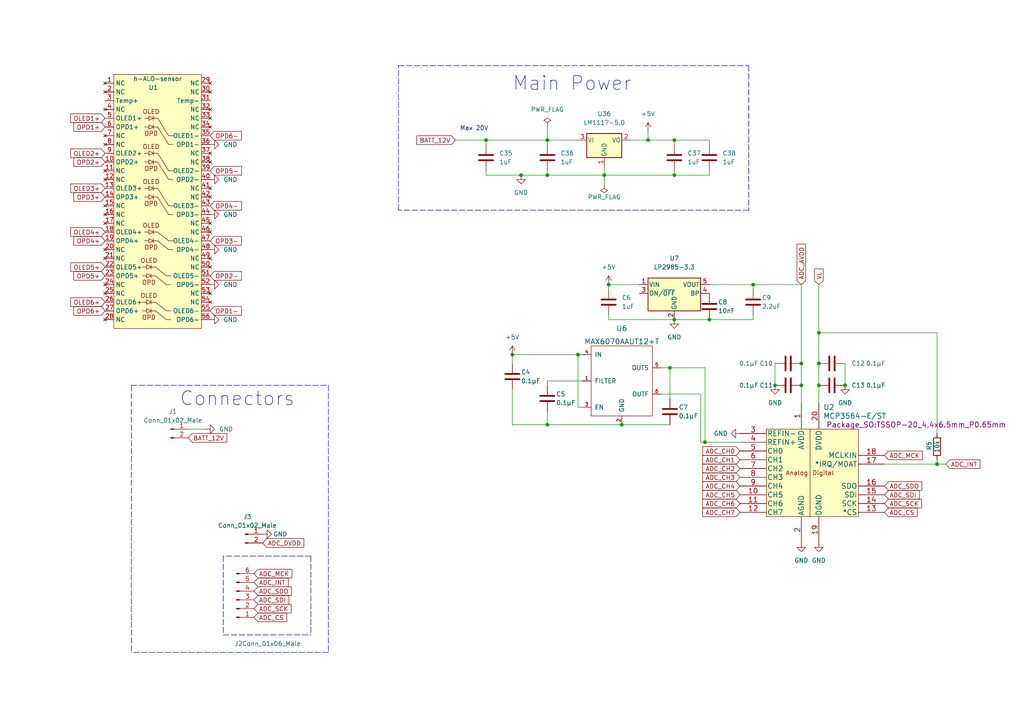
<source format=kicad_sch>
(kicad_sch (version 20211123) (generator eeschema)
  (paper "A4")
  (lib_symbols
    (symbol "ADG1438:ADG1438BRUZ"
      (property "Reference" "U" (at -16.51 5.08 0))
      (property "Value" "ADG1438BRUZ" (at -13.97 7.62 0))
      (symbol "ADG1438BRUZ_0_0"
        (pin input line (at -6.35 -43.18 90) (length 2.54) (name "SCLK") (number "1"))
        (pin bidirectional line (at 11.43 -17.78 180) (length 2.54) (name "D") (number "10"))
        (pin no_connect line (at -10.16 -1.27 0) (length 2.54) (name "NIC") (number "11"))
        (pin bidirectional line (at -10.16 -27.94 0) (length 2.54) (name "S8") (number "12"))
        (pin bidirectional line (at -10.16 -25.4 0) (length 2.54) (name "S7") (number "13"))
        (pin bidirectional line (at -10.16 -22.86 0) (length 2.54) (name "S6") (number "14"))
        (pin bidirectional line (at -10.16 -20.32 0) (length 2.54) (name "S5") (number "15"))
        (pin power_in line (at 7.62 2.54 270) (length 2.54) (name "VSS") (number "16"))
        (pin input inverted (at 1.27 -43.18 90) (length 2.54) (name "RESET") (number "17"))
        (pin output line (at 3.81 -43.18 90) (length 2.54) (name "SDO") (number "18"))
        (pin power_in line (at 2.54 2.54 270) (length 2.54) (name "VL") (number "19"))
        (pin power_in line (at -1.27 2.54 270) (length 2.54) (name "VDD") (number "2"))
        (pin input inverted (at -3.81 -43.18 90) (length 2.54) (name "SYNC") (number "20"))
        (pin input line (at -1.27 -43.18 90) (length 2.54) (name "DIN") (number "3"))
        (pin power_in line (at 7.62 -43.18 90) (length 2.54) (name "GND") (number "4"))
        (pin no_connect line (at -10.16 -3.81 0) (length 2.54) (name "NIC") (number "5"))
        (pin bidirectional line (at -10.16 -10.16 0) (length 2.54) (name "S1") (number "6"))
        (pin bidirectional line (at -10.16 -12.7 0) (length 2.54) (name "S2") (number "7"))
        (pin bidirectional line (at -10.16 -15.24 0) (length 2.54) (name "S3") (number "8"))
        (pin bidirectional line (at -10.16 -17.78 0) (length 2.54) (name "S4") (number "9"))
      )
    )
    (symbol "Connector:Conn_01x02_Male" (pin_names (offset 1.016) hide)
      (property "Reference" "J" (at 0 2.54 0))
      (property "Value" "Conn_01x02_Male" (at 0 -5.08 0))
      (symbol "Conn_01x02_Male_1_1"
        (pin passive line (at 5.08 0 180) (length 3.81) (name "Pin_1") (number "1"))
        (pin passive line (at 5.08 -2.54 180) (length 3.81) (name "Pin_2") (number "2"))
      )
    )
    (symbol "Connector:Conn_01x06_Male" (pin_names (offset 1.016) hide)
      (property "Reference" "J" (at 0 7.62 0))
      (property "Value" "Conn_01x06_Male" (at 0 -10.16 0))
      (symbol "Conn_01x06_Male_1_1"
        (pin passive line (at 5.08 5.08 180) (length 3.81) (name "Pin_1") (number "1"))
        (pin passive line (at 5.08 2.54 180) (length 3.81) (name "Pin_2") (number "2"))
        (pin passive line (at 5.08 0 180) (length 3.81) (name "Pin_3") (number "3"))
        (pin passive line (at 5.08 -2.54 180) (length 3.81) (name "Pin_4") (number "4"))
        (pin passive line (at 5.08 -5.08 180) (length 3.81) (name "Pin_5") (number "5"))
        (pin passive line (at 5.08 -7.62 180) (length 3.81) (name "Pin_6") (number "6"))
      )
    )
    (symbol "Device:C" (pin_numbers hide) (pin_names (offset 0.254))
      (property "Reference" "C" (at 0.635 2.54 0))
      (property "Value" "C" (at 0.635 -2.54 0))
      (symbol "C_1_1"
        (pin passive line (at 0 3.81 270) (length 2.794) (name "~") (number "1"))
        (pin passive line (at 0 -3.81 90) (length 2.794) (name "~") (number "2"))
      )
    )
    (symbol "Device:R" (pin_numbers hide) (pin_names (offset 0))
      (property "Reference" "R" (at 2.032 0 90))
      (property "Value" "R" (at 0 0 90))
      (symbol "R_1_1"
        (pin passive line (at 0 3.81 270) (length 1.27) (name "~") (number "1"))
        (pin passive line (at 0 -3.81 90) (length 1.27) (name "~") (number "2"))
      )
    )
    (symbol "MCP356x:MCP3564-E{slash}ST" (pin_names (offset 0.254))
      (property "Reference" "U" (at 27.94 2.54 0))
      (property "Value" "MCP3564-E{slash}ST" (at 27.94 -1.27 0))
      (property "Footprint" "Package_SO:TSSOP-20_4.4x6.5mm_P0.65mm" (at 27.94 6.096 0))
      (symbol "MCP3564-E{slash}ST_0_0"
        (text "Analog" (at -3.81 0 0) (effects (font (size 1.27 1.27))))
        (text "Digital" (at 3.81 0 0) (effects (font (size 1.27 1.27))))
      )
      (symbol "MCP3564-E{slash}ST_1_1"
        (pin power_in line (at -2.54 20.32 270) (length 7.62) (name "AVDD") (number "1"))
        (pin input line (at -20.32 -6.35 0) (length 7.62) (name "CH5") (number "10"))
        (pin input line (at -20.32 -8.89 0) (length 7.62) (name "CH6") (number "11"))
        (pin input line (at -20.32 -11.43 0) (length 7.62) (name "CH7") (number "12"))
        (pin input line (at 21.59 -11.43 180) (length 7.62) (name "*CS") (number "13"))
        (pin input line (at 21.59 -8.89 180) (length 7.62) (name "SCK") (number "14"))
        (pin input line (at 21.59 -6.35 180) (length 7.62) (name "SDI") (number "15"))
        (pin output line (at 21.59 -3.81 180) (length 7.62) (name "SDO") (number "16"))
        (pin output line (at 21.59 2.54 180) (length 7.62) (name "*IRQ/MDAT") (number "17"))
        (pin bidirectional line (at 21.59 5.08 180) (length 7.62) (name "MCLKIN") (number "18"))
        (pin power_in line (at 2.54 -20.32 90) (length 7.62) (name "DGND") (number "19"))
        (pin power_in line (at -2.54 -20.32 90) (length 7.62) (name "AGND") (number "2"))
        (pin power_in line (at 2.54 20.32 270) (length 7.62) (name "DVDD") (number "20"))
        (pin input line (at -20.32 11.43 0) (length 7.62) (name "REFIN-") (number "3"))
        (pin input line (at -20.32 8.89 0) (length 7.62) (name "REFIN+") (number "4"))
        (pin input line (at -20.32 6.35 0) (length 7.62) (name "CH0") (number "5"))
        (pin input line (at -20.32 3.81 0) (length 7.62) (name "CH1") (number "6"))
        (pin input line (at -20.32 1.27 0) (length 7.62) (name "CH2") (number "7"))
        (pin input line (at -20.32 -1.27 0) (length 7.62) (name "CH3") (number "8"))
        (pin input line (at -20.32 -3.81 0) (length 7.62) (name "CH4") (number "9"))
      )
    )
    (symbol "Regulator_Linear:LM1117-5.0" (pin_names (offset 0.254))
      (property "Reference" "U" (at -3.81 3.175 0))
      (property "Value" "LM1117-5.0" (at 0 3.175 0))
      (symbol "LM1117-5.0_1_1"
        (pin power_in line (at 0 -7.62 90) (length 2.54) (name "GND") (number "1"))
        (pin power_out line (at 7.62 0 180) (length 2.54) (name "VO") (number "2"))
        (pin power_in line (at -7.62 0 0) (length 2.54) (name "VI") (number "3"))
      )
    )
    (symbol "Regulator_Linear:LP2985-3.3" (pin_names (offset 0.254))
      (property "Reference" "U" (at -6.35 5.715 0))
      (property "Value" "LP2985-3.3" (at 0 5.715 0))
      (symbol "LP2985-3.3_1_1"
        (pin power_in line (at -10.16 2.54 0) (length 2.54) (name "VIN") (number "1"))
        (pin power_in line (at 0 -7.62 90) (length 2.54) (name "GND") (number "2"))
        (pin input line (at -10.16 0 0) (length 2.54) (name "ON/~{OFF}") (number "3"))
        (pin input line (at 10.16 0 180) (length 2.54) (name "BP") (number "4"))
        (pin power_out line (at 10.16 2.54 180) (length 2.54) (name "VOUT") (number "5"))
      )
    )
    (symbol "h-ALO:h-ALO-sensor"
      (property "Reference" "U" (at -1.27 40.005 0))
      (property "Value" "h-ALO-sensor" (at -0.635 42.545 0))
      (symbol "h-ALO-sensor_0_0"
        (text "OLED" (at -2.54 -28.575 0) (effects (font (size 1.27 1.27))))
        (text "OLED" (at -2.54 -18.415 0) (effects (font (size 1.27 1.27))))
        (text "OLED" (at -1.905 -8.255 0) (effects (font (size 1.27 1.27))))
        (text "OLED" (at -1.905 4.445 0) (effects (font (size 1.27 1.27))))
        (text "OLED" (at -1.905 14.605 0) (effects (font (size 1.27 1.27))))
        (text "OLED" (at -1.905 24.765 0) (effects (font (size 1.27 1.27))))
        (text "OPD" (at -2.54 -34.925 0) (effects (font (size 1.27 1.27))))
        (text "OPD" (at -2.54 -24.765 0) (effects (font (size 1.27 1.27))))
        (text "OPD" (at -1.905 -14.605 0) (effects (font (size 1.27 1.27))))
        (text "OPD" (at -1.905 -1.905 0) (effects (font (size 1.27 1.27))))
        (text "OPD" (at -1.905 8.255 0) (effects (font (size 1.27 1.27))))
        (text "OPD" (at -1.905 18.415 0) (effects (font (size 1.27 1.27))))
        (pin input line (at -15.24 10.16 0) (length 2.54) (name "OPD2+") (number "10"))
        (pin no_connect line (at -15.24 7.62 0) (length 2.54) (name "NC") (number "11"))
        (pin no_connect line (at -15.24 5.08 0) (length 2.54) (name "NC") (number "12"))
        (pin input line (at -15.24 2.54 0) (length 2.54) (name "OLED3+") (number "13"))
        (pin input line (at -15.24 0 0) (length 2.54) (name "OPD3+") (number "14"))
        (pin no_connect line (at -15.24 -2.54 0) (length 2.54) (name "NC") (number "15"))
        (pin no_connect line (at -15.24 -5.08 0) (length 2.54) (name "NC") (number "16"))
        (pin no_connect line (at -15.24 -7.62 0) (length 2.54) (name "NC") (number "17"))
        (pin input line (at -15.24 -10.16 0) (length 2.54) (name "OLED4+") (number "18"))
        (pin input line (at -15.24 -12.7 0) (length 2.54) (name "OPD4+") (number "19"))
        (pin no_connect line (at -15.24 30.48 0) (length 2.54) (name "NC") (number "2"))
        (pin no_connect line (at -15.24 -15.24 0) (length 2.54) (name "NC") (number "20"))
        (pin no_connect line (at -15.24 -17.78 0) (length 2.54) (name "NC") (number "21"))
        (pin input line (at -15.24 -20.32 0) (length 2.54) (name "OLED5+") (number "22"))
        (pin input line (at -15.24 -22.86 0) (length 2.54) (name "OPD5+") (number "23"))
        (pin no_connect line (at -15.24 -25.4 0) (length 2.54) (name "NC") (number "24"))
        (pin no_connect line (at -15.24 -27.94 0) (length 2.54) (name "NC") (number "25"))
        (pin input line (at -15.24 -30.48 0) (length 2.54) (name "OLED6+") (number "26"))
        (pin input line (at -15.24 -33.02 0) (length 2.54) (name "OPD6+") (number "27"))
        (pin no_connect line (at -15.24 -35.56 0) (length 2.54) (name "NC") (number "28"))
        (pin input line (at -15.24 27.94 0) (length 2.54) (name "Temp+") (number "3"))
        (pin no_connect line (at 15.24 30.48 180) (length 2.54) (name "NC") (number "30"))
        (pin input line (at 15.24 27.94 180) (length 2.54) (name "Temp-") (number "31"))
        (pin no_connect line (at 15.24 25.4 180) (length 2.54) (name "NC") (number "32"))
        (pin no_connect line (at 15.24 22.86 180) (length 2.54) (name "NC") (number "33"))
        (pin no_connect line (at 15.24 20.32 180) (length 2.54) (name "NC") (number "34"))
        (pin input line (at 15.24 17.78 180) (length 2.54) (name "OLED1-") (number "35"))
        (pin input line (at 15.24 15.24 180) (length 2.54) (name "OPD1-") (number "36"))
        (pin no_connect line (at 15.24 12.7 180) (length 2.54) (name "NC") (number "37"))
        (pin no_connect line (at 15.24 10.16 180) (length 2.54) (name "NC") (number "38"))
        (pin input line (at 15.24 7.62 180) (length 2.54) (name "OLED2-") (number "39"))
        (pin no_connect line (at -15.24 25.4 0) (length 2.54) (name "NC") (number "4"))
        (pin input line (at 15.24 5.08 180) (length 2.54) (name "OPD2-") (number "40"))
        (pin no_connect line (at 15.24 2.54 180) (length 2.54) (name "NC") (number "41"))
        (pin no_connect line (at 15.24 0 180) (length 2.54) (name "NC") (number "42"))
        (pin input line (at 15.24 -2.54 180) (length 2.54) (name "OLED3-") (number "43"))
        (pin input line (at 15.24 -5.08 180) (length 2.54) (name "OPD3-") (number "44"))
        (pin no_connect line (at 15.24 -7.62 180) (length 2.54) (name "NC") (number "45"))
        (pin no_connect line (at 15.24 -10.16 180) (length 2.54) (name "NC") (number "46"))
        (pin input line (at 15.24 -12.7 180) (length 2.54) (name "OLED4-") (number "47"))
        (pin input line (at 15.24 -15.24 180) (length 2.54) (name "OPD4-") (number "48"))
        (pin no_connect line (at 15.24 -17.78 180) (length 2.54) (name "NC") (number "49"))
        (pin input line (at -15.24 22.86 0) (length 2.54) (name "OLED1+") (number "5"))
        (pin no_connect line (at 15.24 -20.32 180) (length 2.54) (name "NC") (number "50"))
        (pin input line (at 15.24 -22.86 180) (length 2.54) (name "OLED5-") (number "51"))
        (pin input line (at 15.24 -25.4 180) (length 2.54) (name "OPD5-") (number "52"))
        (pin no_connect line (at 15.24 -27.94 180) (length 2.54) (name "NC") (number "53"))
        (pin no_connect line (at 15.24 -30.48 180) (length 2.54) (name "NC") (number "54"))
        (pin input line (at 15.24 -33.02 180) (length 2.54) (name "OLED6-") (number "55"))
        (pin input line (at 15.24 -35.56 180) (length 2.54) (name "OPD6-") (number "56"))
        (pin input line (at -15.24 20.32 0) (length 2.54) (name "OPD1+") (number "6"))
        (pin no_connect line (at -15.24 17.78 0) (length 2.54) (name "NC") (number "7"))
        (pin no_connect line (at -15.24 15.24 0) (length 2.54) (name "NC") (number "8"))
        (pin input line (at -15.24 12.7 0) (length 2.54) (name "OLED2+") (number "9"))
      )
      (symbol "h-ALO-sensor_1_1"
        (pin no_connect line (at -15.24 33.02 0) (length 2.54) (name "NC") (number "1"))
        (pin no_connect line (at 15.24 33.02 180) (length 2.54) (name "NC") (number "29"))
      )
    )
    (symbol "max6070:MAX6070AAUT12+T" (pin_names (offset 1.016))
      (property "Reference" "U" (at -8.89 11.43 0))
      (property "Value" "MAX6070AAUT12+T" (at 8.89 11.43 0))
      (symbol "MAX6070AAUT12+T_1_1"
        (pin passive line (at -11.43 0 0) (length 2.54) (name "FILTER") (number "1"))
        (pin power_in line (at 0 -12.7 90) (length 2.54) (name "GND") (number "2"))
        (pin input line (at -11.43 -7.62 0) (length 2.54) (name "EN") (number "3"))
        (pin power_in line (at -11.43 7.62 0) (length 2.54) (name "IN") (number "4"))
        (pin passive line (at 11.43 3.81 180) (length 2.54) (name "OUTS") (number "5"))
        (pin power_out line (at 11.43 -3.81 180) (length 2.54) (name "OUTF") (number "6"))
      )
    )
    (symbol "power:+5V" (power) (pin_names (offset 0))
      (property "Value" "+5V" (at 0 3.556 0))
      (symbol "+5V_1_1"
        (pin power_in line (at 0 0 90) (length 0) hide (name "+5V") (number "1"))
      )
    )
    (symbol "power:GND" (power) (pin_names (offset 0))
      (property "Value" "GND" (at 0 -3.81 0))
      (symbol "GND_1_1"
        (pin power_in line (at 0 0 270) (length 0) hide (name "GND") (number "1"))
      )
    )
    (symbol "power:PWR_FLAG" (power) (pin_numbers hide) (pin_names (offset 0) hide)
      (property "Value" "PWR_FLAG" (at 0 3.81 0))
      (symbol "PWR_FLAG_0_0"
        (pin power_out line (at 0 0 90) (length 0) (name "pwr") (number "1"))
      )
    )
  )
  (junction (at 158.75 123.19))
  (junction (at 127.635 -119.38))
  (junction (at 194.31 106.68))
  (junction (at 162.56 -119.38))
  (junction (at 195.58 40.64))
  (junction (at 187.96 40.64))
  (junction (at 180.34 123.19))
  (junction (at 224.79 111.76))
  (junction (at 125.095 -114.935))
  (junction (at 205.74 92.71))
  (junction (at 271.78 134.62))
  (junction (at 158.75 40.64))
  (junction (at 218.44 82.55))
  (junction (at 195.58 50.8))
  (junction (at 151.13 50.8))
  (junction (at 237.49 105.41))
  (junction (at 237.49 111.76))
  (junction (at 160.02 -114.935))
  (junction (at 86.36 -119.38))
  (junction (at 245.11 111.76))
  (junction (at 47.625 -114.935))
  (junction (at 192.405 -114.935))
  (junction (at 158.75 50.8))
  (junction (at 237.49 96.52))
  (junction (at 50.165 -119.38))
  (junction (at 232.41 105.41))
  (junction (at 176.53 82.55))
  (junction (at 175.26 50.8))
  (junction (at 148.59 102.87))
  (junction (at 140.97 40.64))
  (junction (at 83.82 -114.935))
  (junction (at 204.47 128.27))
  (junction (at 194.945 -119.38))
  (junction (at 195.58 92.71))
  (junction (at 232.41 111.76))
  (junction (at 167.64 102.87))
  (wire (pts (xy 195.58 40.64) (xy 205.74 40.64)))
  (wire (pts (xy 271.78 96.52) (xy 271.78 125.73)))
  (wire (pts (xy 191.77 106.68) (xy 194.31 106.68)))
  (wire (pts (xy 245.11 105.41) (xy 245.11 111.76)))
  (wire (pts (xy 271.78 134.62) (xy 271.78 133.35)))
  (wire (pts (xy -12.7 -46.99) (xy 207.01 -46.99)))
  (wire (pts (xy 162.56 -119.38) (xy 194.945 -119.38)))
  (wire (pts (xy 127.635 -119.38) (xy 162.56 -119.38)))
  (wire (pts (xy 248.92 -49.53) (xy 248.92 -29.21)))
  (wire (pts (xy 187.96 40.64) (xy 187.96 38.1)))
  (wire (pts (xy 151.13 50.8) (xy 140.97 50.8)))
  (wire (pts (xy 83.82 -114.935) (xy 125.095 -114.935)))
  (wire (pts (xy 185.42 82.55) (xy 176.53 82.55)))
  (wire (pts (xy 59.69 124.46) (xy 54.61 124.46)))
  (wire (pts (xy 191.77 114.3) (xy 203.2 114.3)))
  (wire (pts (xy 40.64 -36.83) (xy 40.64 -29.21)))
  (wire (pts (xy 162.56 -119.38) (xy 162.56 -110.49)))
  (wire (pts (xy 158.75 40.64) (xy 158.75 41.91)))
  (wire (pts (xy -12.7 -41.91) (xy 124.46 -41.91)))
  (wire (pts (xy 229.87 -114.935) (xy 229.87 -110.49)))
  (wire (pts (xy 192.405 -114.935) (xy 192.405 -110.49)))
  (polyline (pts (xy 95.25 111.76) (xy 95.25 189.23)))
  (wire (pts (xy 148.59 102.87) (xy 148.59 105.41)))
  (wire (pts (xy 168.91 110.49) (xy 158.75 110.49)))
  (wire (pts (xy 232.41 105.41) (xy 232.41 111.76)))
  (wire (pts (xy 167.64 102.87) (xy 167.64 118.11)))
  (wire (pts (xy 237.49 82.55) (xy 237.49 96.52)))
  (wire (pts (xy 50.165 -110.49) (xy 50.165 -119.38)))
  (wire (pts (xy 158.75 49.53) (xy 158.75 50.8)))
  (wire (pts (xy 195.58 40.64) (xy 195.58 41.91)))
  (polyline (pts (xy 90.17 161.29) (xy 64.77 161.29)))
  (wire (pts (xy 194.31 106.68) (xy 194.31 115.57)))
  (wire (pts (xy 176.53 82.55) (xy 176.53 83.82)))
  (wire (pts (xy 205.74 82.55) (xy 218.44 82.55)))
  (polyline (pts (xy 217.17 19.05) (xy 217.17 60.96)))
  (wire (pts (xy 194.945 -119.38) (xy 194.945 -110.49)))
  (wire (pts (xy -12.7 -39.37) (xy 81.28 -39.37)))
  (wire (pts (xy 158.75 36.83) (xy 158.75 40.64)))
  (wire (pts (xy 132.08 40.64) (xy 140.97 40.64)))
  (wire (pts (xy 140.97 40.64) (xy 140.97 41.91)))
  (wire (pts (xy 218.44 82.55) (xy 232.41 82.55)))
  (wire (pts (xy 176.53 92.71) (xy 176.53 91.44)))
  (wire (pts (xy 160.02 -114.935) (xy 192.405 -114.935)))
  (wire (pts (xy 195.58 50.8) (xy 205.74 50.8)))
  (wire (pts (xy 205.74 92.71) (xy 218.44 92.71)))
  (polyline (pts (xy 90.17 161.29) (xy 90.17 184.15)))
  (wire (pts (xy 192.405 -114.935) (xy 229.87 -114.935)))
  (wire (pts (xy 232.41 111.76) (xy 232.41 116.84)))
  (wire (pts (xy 194.945 -119.38) (xy 232.41 -119.38)))
  (polyline (pts (xy 64.77 161.29) (xy 64.77 184.15)))
  (wire (pts (xy 86.36 -119.38) (xy 127.635 -119.38)))
  (wire (pts (xy 158.75 50.8) (xy 175.26 50.8)))
  (wire (pts (xy 50.165 -119.38) (xy 15.24 -119.38)))
  (polyline (pts (xy 64.77 184.15) (xy 90.17 184.15)))
  (wire (pts (xy 187.96 40.64) (xy 195.58 40.64)))
  (wire (pts (xy 148.59 123.19) (xy 148.59 113.03)))
  (wire (pts (xy 224.79 105.41) (xy 224.79 111.76)))
  (wire (pts (xy 175.26 48.26) (xy 175.26 50.8)))
  (wire (pts (xy 47.625 -114.935) (xy 83.82 -114.935)))
  (polyline (pts (xy 217.17 60.96) (xy 115.57 60.96)))
  (wire (pts (xy 125.095 -114.935) (xy 125.095 -110.49)))
  (wire (pts (xy 158.75 110.49) (xy 158.75 111.76)))
  (wire (pts (xy 148.59 123.19) (xy 158.75 123.19)))
  (wire (pts (xy 237.49 111.76) (xy 237.49 116.84)))
  (wire (pts (xy 158.75 123.19) (xy 180.34 123.19)))
  (wire (pts (xy 204.47 128.27) (xy 204.47 106.68)))
  (wire (pts (xy 203.2 128.27) (xy 204.47 128.27)))
  (wire (pts (xy 195.58 49.53) (xy 195.58 50.8)))
  (polyline (pts (xy 115.57 60.96) (xy 115.57 19.05)))
  (wire (pts (xy 86.36 -119.38) (xy 86.36 -110.49)))
  (wire (pts (xy 50.165 -119.38) (xy 86.36 -119.38)))
  (wire (pts (xy 248.92 -49.53) (xy -12.7 -49.53)))
  (wire (pts (xy 168.91 102.87) (xy 167.64 102.87)))
  (wire (pts (xy 47.625 -110.49) (xy 47.625 -114.935)))
  (wire (pts (xy 127.635 -119.38) (xy 127.635 -110.49)))
  (wire (pts (xy 232.41 -119.38) (xy 232.41 -110.49)))
  (wire (pts (xy 195.58 92.71) (xy 205.74 92.71)))
  (wire (pts (xy 218.44 82.55) (xy 218.44 83.82)))
  (wire (pts (xy 83.82 -114.935) (xy 83.82 -110.49)))
  (wire (pts (xy 205.74 40.64) (xy 205.74 41.91)))
  (wire (pts (xy 237.49 105.41) (xy 237.49 111.76)))
  (wire (pts (xy 160.02 -114.935) (xy 160.02 -110.49)))
  (wire (pts (xy 151.13 50.8) (xy 158.75 50.8)))
  (wire (pts (xy 175.26 53.34) (xy 175.26 50.8)))
  (wire (pts (xy 47.625 -114.935) (xy 20.955 -114.935)))
  (wire (pts (xy 180.34 123.19) (xy 194.31 123.19)))
  (wire (pts (xy 166.37 -44.45) (xy 166.37 -29.21)))
  (wire (pts (xy 125.095 -114.935) (xy 160.02 -114.935)))
  (wire (pts (xy 81.28 -39.37) (xy 81.28 -29.21)))
  (wire (pts (xy 194.31 106.68) (xy 204.47 106.68)))
  (polyline (pts (xy 38.1 111.76) (xy 95.25 111.76)))
  (wire (pts (xy 271.78 134.62) (xy 274.32 134.62)))
  (polyline (pts (xy 115.57 19.05) (xy 217.17 19.05)))
  (wire (pts (xy 140.97 50.8) (xy 140.97 49.53)))
  (wire (pts (xy -12.7 -36.83) (xy 40.64 -36.83)))
  (wire (pts (xy 167.64 118.11) (xy 168.91 118.11)))
  (wire (pts (xy 203.2 114.3) (xy 203.2 128.27)))
  (wire (pts (xy 167.64 102.87) (xy 148.59 102.87)))
  (wire (pts (xy 124.46 -41.91) (xy 124.46 -29.21)))
  (wire (pts (xy 218.44 92.71) (xy 218.44 91.44)))
  (wire (pts (xy 237.49 105.41) (xy 237.49 96.52)))
  (wire (pts (xy 15.24 -119.38) (xy 15.24 -123.19)))
  (wire (pts (xy 158.75 119.38) (xy 158.75 123.19)))
  (wire (pts (xy 207.01 -46.99) (xy 207.01 -29.21)))
  (wire (pts (xy 232.41 82.55) (xy 232.41 105.41)))
  (wire (pts (xy -12.7 -44.45) (xy 166.37 -44.45)))
  (wire (pts (xy 158.75 40.64) (xy 167.64 40.64)))
  (wire (pts (xy 237.49 96.52) (xy 271.78 96.52)))
  (wire (pts (xy 175.26 50.8) (xy 195.58 50.8)))
  (wire (pts (xy 140.97 40.64) (xy 158.75 40.64)))
  (wire (pts (xy 204.47 128.27) (xy 214.63 128.27)))
  (polyline (pts (xy 38.1 111.76) (xy 38.1 189.23)))
  (polyline (pts (xy 95.25 189.23) (xy 38.1 189.23)))
  (wire (pts (xy 182.88 40.64) (xy 187.96 40.64)))
  (wire (pts (xy 195.58 92.71) (xy 176.53 92.71)))
  (wire (pts (xy 205.74 49.53) (xy 205.74 50.8)))
  (wire (pts (xy 256.54 134.62) (xy 271.78 134.62)))
  (text "Main Power" (at 148.59 26.67 0) (effects (font (size 4 4)) (justify left bottom)))
  (text "Connectors" (at 52.07 118.11 0) (effects (font (size 4 4)) (justify left bottom)))
  (text "VL: Logic Power Supply Input. \nOperates from 2.7 V to 5.5 V.\n\nVSS: Most Negative Power Supply Potential. \nIn single-supply applications, it can be connected\nto ground." (at -85.09 -63.5 0) (effects (font (size 1.27 1.27)) (justify left bottom)))
  (text "Max 20V" (at 133.35 38.1 0) (effects (font (size 1.27 1.27)) (justify left bottom)))
  (global_label "BATT_12V" (shape input) (at 132.08 40.64 180) (property "Intersheet References" "${INTERSHEET_REFS}" (effects hide)))
  (global_label "OLED2+" (shape input) (at 93.98 -17.78 0) (property "Intersheet References" "${INTERSHEET_REFS}" (effects hide)))
  (global_label "OPD4+" (shape input) (at 30.48 69.85 180) (property "Intersheet References" "${INTERSHEET_REFS}" (effects hide)))
  (global_label "BATT_12V" (shape input) (at 54.61 127 0) (property "Intersheet References" "${INTERSHEET_REFS}" (effects hide)))
  (global_label "OLED1+" (shape input) (at 53.34 -17.78 0) (property "Intersheet References" "${INTERSHEET_REFS}" (effects hide)))
  (global_label "OPD3-" (shape input) (at 60.96 69.85 0) (property "Intersheet References" "${INTERSHEET_REFS}" (effects hide)))
  (global_label "ADC_SDO" (shape input) (at 73.66 171.45 0) (property "Intersheet References" "${INTERSHEET_REFS}" (effects hide)))
  (global_label "OPD3+" (shape input) (at 30.48 57.15 180) (property "Intersheet References" "${INTERSHEET_REFS}" (effects hide)))
  (global_label "ADC_DVDD" (shape input) (at 76.2 157.48 0) (property "Intersheet References" "${INTERSHEET_REFS}" (effects hide)))
  (global_label "OLED5+" (shape input) (at 219.71 -17.78 0) (property "Intersheet References" "${INTERSHEET_REFS}" (effects hide)))
  (global_label "ADC_MCK" (shape input) (at 73.66 166.37 0) (property "Intersheet References" "${INTERSHEET_REFS}" (effects hide)))
  (global_label "ADC_SDI" (shape input) (at 256.54 143.51 0) (property "Intersheet References" "${INTERSHEET_REFS}" (effects hide)))
  (global_label "OLED3+" (shape input) (at 137.16 -17.78 0) (property "Intersheet References" "${INTERSHEET_REFS}" (effects hide)))
  (global_label "OLED6+" (shape input) (at 261.62 -17.78 0) (property "Intersheet References" "${INTERSHEET_REFS}" (effects hide)))
  (global_label "OPD6-" (shape input) (at 186.055 -102.87 180) (property "Intersheet References" "${INTERSHEET_REFS}" (effects hide)))
  (global_label "OPD3+" (shape input) (at 74.93 -100.33 180) (property "Intersheet References" "${INTERSHEET_REFS}" (effects hide)))
  (global_label "ADC_AVDD" (shape input) (at 232.41 82.55 90) (property "Intersheet References" "${INTERSHEET_REFS}" (effects hide)))
  (global_label "BATT_12V" (shape input) (at 20.955 -114.935 180) (property "Intersheet References" "${INTERSHEET_REFS}" (effects hide)))
  (global_label "ADC_CH7" (shape input) (at 214.63 148.59 180) (property "Intersheet References" "${INTERSHEET_REFS}" (effects hide)))
  (global_label "ADC_CH6" (shape input) (at 214.63 146.05 180) (property "Intersheet References" "${INTERSHEET_REFS}" (effects hide)))
  (global_label "OPD4-" (shape input) (at 60.96 59.69 0) (property "Intersheet References" "${INTERSHEET_REFS}" (effects hide)))
  (global_label "ADC_SCK" (shape input) (at 73.66 176.53 0) (property "Intersheet References" "${INTERSHEET_REFS}" (effects hide)))
  (global_label "OLED1+" (shape input) (at 30.48 34.29 180) (property "Intersheet References" "${INTERSHEET_REFS}" (effects hide)))
  (global_label "ADC_CH2" (shape input) (at 214.63 135.89 180) (property "Intersheet References" "${INTERSHEET_REFS}" (effects hide)))
  (global_label "ADC_CS" (shape input) (at 73.66 179.07 0) (property "Intersheet References" "${INTERSHEET_REFS}" (effects hide)))
  (global_label "ADC_SDO" (shape input) (at 256.54 140.97 0) (property "Intersheet References" "${INTERSHEET_REFS}" (effects hide)))
  (global_label "OPD3-" (shape input) (at 74.93 -102.87 180) (property "Intersheet References" "${INTERSHEET_REFS}" (effects hide)))
  (global_label "ADC_CH2" (shape input) (at 87.63 -102.87 0) (property "Intersheet References" "${INTERSHEET_REFS}" (effects hide)))
  (global_label "OPD2+" (shape input) (at 38.735 -100.33 180) (property "Intersheet References" "${INTERSHEET_REFS}" (effects hide)))
  (global_label "ADC_SDI" (shape input) (at 73.66 173.99 0) (property "Intersheet References" "${INTERSHEET_REFS}" (effects hide)))
  (global_label "ADC_CS" (shape input) (at 256.54 148.59 0) (property "Intersheet References" "${INTERSHEET_REFS}" (effects hide)))
  (global_label "ADC_CH4" (shape input) (at 214.63 140.97 180) (property "Intersheet References" "${INTERSHEET_REFS}" (effects hide)))
  (global_label "ADC_CH4" (shape input) (at 163.83 -102.87 0) (property "Intersheet References" "${INTERSHEET_REFS}" (effects hide)))
  (global_label "ADC_SCK" (shape input) (at 256.54 146.05 0) (property "Intersheet References" "${INTERSHEET_REFS}" (effects hide)))
  (global_label "OLED3+" (shape input) (at 30.48 54.61 180) (property "Intersheet References" "${INTERSHEET_REFS}" (effects hide)))
  (global_label "OPD2-" (shape input) (at 60.96 80.01 0) (property "Intersheet References" "${INTERSHEET_REFS}" (effects hide)))
  (global_label "ADC_CH3" (shape input) (at 129.54 -102.87 0) (property "Intersheet References" "${INTERSHEET_REFS}" (effects hide)))
  (global_label "VL" (shape input) (at -25.4 -67.31 90) (property "Intersheet References" "${INTERSHEET_REFS}" (effects hide)))
  (global_label "OPD6+" (shape input) (at 30.48 90.17 180) (property "Intersheet References" "${INTERSHEET_REFS}" (effects hide)))
  (global_label "OPD1+" (shape input) (at 30.48 36.83 180) (property "Intersheet References" "${INTERSHEET_REFS}" (effects hide)))
  (global_label "ADC_CH1" (shape input) (at 214.63 133.35 180) (property "Intersheet References" "${INTERSHEET_REFS}" (effects hide)))
  (global_label "OPD1+" (shape input) (at 220.98 -100.33 180) (property "Intersheet References" "${INTERSHEET_REFS}" (effects hide)))
  (global_label "ADC_CH5" (shape input) (at 214.63 143.51 180) (property "Intersheet References" "${INTERSHEET_REFS}" (effects hide)))
  (global_label "OPD6-" (shape input) (at 60.96 39.37 0) (property "Intersheet References" "${INTERSHEET_REFS}" (effects hide)))
  (global_label "ADC_INT" (shape input) (at 274.32 134.62 0) (property "Intersheet References" "${INTERSHEET_REFS}" (effects hide)))
  (global_label "OPD1-" (shape input) (at 220.98 -102.87 180) (property "Intersheet References" "${INTERSHEET_REFS}" (effects hide)))
  (global_label "OPD5+" (shape input) (at 151.13 -100.33 180) (property "Intersheet References" "${INTERSHEET_REFS}" (effects hide)))
  (global_label "OPD4-" (shape input) (at 116.205 -102.87 180) (property "Intersheet References" "${INTERSHEET_REFS}" (effects hide)))
  (global_label "ADC_CH3" (shape input) (at 214.63 138.43 180) (property "Intersheet References" "${INTERSHEET_REFS}" (effects hide)))
  (global_label "BATT_12V" (shape input) (at -21.59 -67.31 90) (property "Intersheet References" "${INTERSHEET_REFS}" (effects hide)))
  (global_label "OPD5-" (shape input) (at 151.13 -102.87 180) (property "Intersheet References" "${INTERSHEET_REFS}" (effects hide)))
  (global_label "VL" (shape input) (at 237.49 82.55 90) (property "Intersheet References" "${INTERSHEET_REFS}" (effects hide)))
  (global_label "OPD2+" (shape input) (at 30.48 46.99 180) (property "Intersheet References" "${INTERSHEET_REFS}" (effects hide)))
  (global_label "BATT_12V" (shape input) (at -34.29 -46.99 180) (property "Intersheet References" "${INTERSHEET_REFS}" (effects hide)))
  (global_label "OPD5+" (shape input) (at 30.48 80.01 180) (property "Intersheet References" "${INTERSHEET_REFS}" (effects hide)))
  (global_label "OPD5-" (shape input) (at 60.96 49.53 0) (property "Intersheet References" "${INTERSHEET_REFS}" (effects hide)))
  (global_label "OLED4+" (shape input) (at 30.48 67.31 180) (property "Intersheet References" "${INTERSHEET_REFS}" (effects hide)))
  (global_label "ADC_INT" (shape input) (at 73.66 168.91 0) (property "Intersheet References" "${INTERSHEET_REFS}" (effects hide)))
  (global_label "ADC_CH0" (shape input) (at 234.315 -102.87 0) (property "Intersheet References" "${INTERSHEET_REFS}" (effects hide)))
  (global_label "OPD1-" (shape input) (at 60.96 90.17 0) (property "Intersheet References" "${INTERSHEET_REFS}" (effects hide)))
  (global_label "OLED5+" (shape input) (at 30.48 77.47 180) (property "Intersheet References" "${INTERSHEET_REFS}" (effects hide)))
  (global_label "OPD4+" (shape input) (at 116.205 -100.33 180) (property "Intersheet References" "${INTERSHEET_REFS}" (effects hide)))
  (global_label "OPD6+" (shape input) (at 186.055 -100.33 180) (property "Intersheet References" "${INTERSHEET_REFS}" (effects hide)))
  (global_label "ADC_MCK" (shape input) (at 256.54 132.08 0) (property "Intersheet References" "${INTERSHEET_REFS}" (effects hide)))
  (global_label "ADC_CH0" (shape input) (at 214.63 130.81 180) (property "Intersheet References" "${INTERSHEET_REFS}" (effects hide)))
  (global_label "ADC_CH1" (shape input) (at 52.07 -102.87 0) (property "Intersheet References" "${INTERSHEET_REFS}" (effects hide)))
  (global_label "ADC_CH5" (shape input) (at 198.755 -102.87 0) (property "Intersheet References" "${INTERSHEET_REFS}" (effects hide)))
  (global_label "OPD2-" (shape input) (at 38.735 -102.87 180) (property "Intersheet References" "${INTERSHEET_REFS}" (effects hide)))
  (global_label "OLED2+" (shape input) (at 30.48 44.45 180) (property "Intersheet References" "${INTERSHEET_REFS}" (effects hide)))
  (global_label "OLED4+" (shape input) (at 179.07 -17.78 0) (property "Intersheet References" "${INTERSHEET_REFS}" (effects hide)))
  (global_label "OLED6+" (shape input) (at 30.48 87.63 180) (property "Intersheet References" "${INTERSHEET_REFS}" (effects hide)))
  (symbol (lib_id "power:GND") (at -30.48 -21.59 0) (unit 1)
    (property "Reference" "#PWR0133" (effects hide))
    (property "Value" "GND" (at -26.67 -20.3201 0) (effects (justify left)))
  )
  (symbol (lib_id "power:GND") (at 127.635 -91.44 0) (unit 1)
    (property "Reference" "#PWR0122" (effects hide))
    (property "Value" "GND" (at 127.635 -86.995 0))
  )
  (symbol (lib_id "Device:R") (at 271.78 129.54 0) (unit 1)
    (property "Reference" "R5" (at 269.494 129.286 90))
    (property "Value" "10k" (at 271.78 129.54 90))
    (property "Footprint" "Resistor_SMD:R_0603_1608Metric" (effects hide))
  )
  (symbol (lib_id "power:GND") (at 214.63 125.73 270) (unit 1)
    (property "Reference" "#PWR0104" (effects hide))
    (property "Value" "GND" (at 207.01 125.73 90) (effects (justify left)))
  )
  (symbol (lib_id "power:GND") (at -30.48 -67.31 180) (unit 1)
    (property "Reference" "#PWR0132" (effects hide))
    (property "Value" "GND" (at -33.02 -71.12 0) (effects (justify right)))
  )
  (symbol (lib_id "Device:C") (at 205.74 45.72 0) (unit 1)
    (property "Reference" "C38" (at 209.55 44.4499 0) (effects (justify left)))
    (property "Value" "1uF" (at 209.55 46.9899 0) (effects (justify left)))
    (property "Footprint" "Capacitor_SMD:C_0805_2012Metric" (effects hide))
  )
  (symbol (lib_id "Device:C") (at 241.3 105.41 90) (unit 1)
    (property "Reference" "C12" (at 248.92 105.41 90))
    (property "Value" "0.1µF" (at 254 105.41 90))
    (property "Footprint" "Capacitor_SMD:C_0603_1608Metric" (effects hide))
  )
  (symbol (lib_id "power:GND") (at 248.92 -11.43 0) (unit 1)
    (property "Reference" "#PWR0117" (effects hide))
    (property "Value" "GND" (at 251.46 -10.1601 0) (effects (justify left)))
  )
  (symbol (lib_id "power:GND") (at 195.58 92.71 0) (unit 1)
    (property "Reference" "#PWR0116" (effects hide))
    (property "Value" "GND" (at 195.58 97.79 0))
  )
  (symbol (lib_id "Connector:Conn_01x02_Male") (at 71.12 154.94 0) (unit 1)
    (property "Reference" "J3" (at 71.755 149.86 0))
    (property "Value" "Conn_01x02_Male" (at 71.755 152.4 0))
    (property "Footprint" "Connector_JST:JST_XH_B2B-XH-A_1x02_P2.50mm_Vertical" (effects hide))
  )
  (symbol (lib_id "power:GND") (at 81.28 -11.43 0) (unit 1)
    (property "Reference" "#PWR0112" (effects hide))
    (property "Value" "GND" (at 83.82 -10.1601 0) (effects (justify left)))
  )
  (symbol (lib_id "Device:C") (at 228.6 105.41 90) (unit 1)
    (property "Reference" "C10" (at 222.25 105.41 90))
    (property "Value" "0.1µF" (at 217.17 105.41 90))
    (property "Footprint" "Capacitor_SMD:C_0603_1608Metric" (effects hide))
  )
  (symbol (lib_id "power:GND") (at 224.79 111.76 0) (unit 1)
    (property "Reference" "#PWR0105" (effects hide))
    (property "Value" "GND" (at 224.79 116.84 0))
  )
  (symbol (lib_id "Device:C") (at 140.97 45.72 0) (unit 1)
    (property "Reference" "C35" (at 144.78 44.4499 0) (effects (justify left)))
    (property "Value" "1uF" (at 144.78 46.9899 0) (effects (justify left)))
    (property "Footprint" "Capacitor_SMD:C_0805_2012Metric" (effects hide))
  )
  (symbol (lib_id "power:GND") (at 60.96 41.91 90) (unit 1)
    (property "Reference" "#PWR0108" (effects hide))
    (property "Value" "GND" (at 64.77 41.9099 90) (effects (justify right)))
  )
  (symbol (lib_id "power:GND") (at 232.41 157.48 0) (unit 1)
    (property "Reference" "#PWR0101" (effects hide))
    (property "Value" "GND" (at 232.41 162.56 0))
  )
  (symbol (lib_id "power:GND") (at 76.2 154.94 90) (unit 1)
    (property "Reference" "#PWR0129" (effects hide))
    (property "Value" "GND" (at 81.28 154.94 90))
  )
  (symbol (lib_id "power:GND") (at 59.69 124.46 90) (unit 1)
    (property "Reference" "#PWR0130" (effects hide))
    (property "Value" "GND" (at 63.5 124.4599 90) (effects (justify right)))
  )
  (symbol (lib_id "power:GND") (at 124.46 -11.43 0) (unit 1)
    (property "Reference" "#PWR0111" (effects hide))
    (property "Value" "GND" (at 127 -10.1601 0) (effects (justify left)))
  )
  (symbol (lib_id "power:GND") (at 207.01 -11.43 0) (unit 1)
    (property "Reference" "#PWR0119" (effects hide))
    (property "Value" "GND" (at 209.55 -10.1601 0) (effects (justify left)))
  )
  (symbol (lib_id "power:PWR_FLAG") (at 175.26 53.34 180) (unit 1)
    (property "Reference" "#FLG0101" (effects hide))
    (property "Value" "PWR_FLAG" (at 175.26 57.15 0))
  )
  (symbol (lib_id "Device:C") (at 194.31 119.38 0) (unit 1)
    (property "Reference" "C7" (at 196.85 118.11 0) (effects (justify left)))
    (property "Value" "0.1µF" (at 196.85 120.65 0) (effects (justify left)))
    (property "Footprint" "Capacitor_SMD:C_0603_1608Metric" (effects hide))
  )
  (symbol (lib_id "Device:C") (at 158.75 45.72 0) (unit 1)
    (property "Reference" "C36" (at 162.56 44.4499 0) (effects (justify left)))
    (property "Value" "1uF" (at 162.56 46.9899 0) (effects (justify left)))
    (property "Footprint" "Capacitor_SMD:C_0805_2012Metric" (effects hide))
  )
  (symbol (lib_id "power:GND") (at 60.96 52.07 90) (unit 1)
    (property "Reference" "#PWR0109" (effects hide))
    (property "Value" "GND" (at 64.77 52.0699 90) (effects (justify right)))
  )
  (symbol (lib_id "power:GND") (at 50.165 -93.98 0) (unit 1)
    (property "Reference" "#PWR0121" (effects hide))
    (property "Value" "GND" (at 50.165 -88.9 0))
  )
  (symbol (lib_id "Device:C") (at 176.53 87.63 0) (unit 1)
    (property "Reference" "C6" (at 180.34 86.3599 0) (effects (justify left)))
    (property "Value" "1uF" (at 180.34 88.8999 0) (effects (justify left)))
    (property "Footprint" "Capacitor_SMD:C_0603_1608Metric" (effects hide))
  )
  (symbol (lib_id "h-ALO:h-ALO-sensor") (at 45.72 57.15 0) (unit 1)
    (property "Reference" "U1" (at 44.45 25.4 0))
    (property "Value" "h-ALO-sensor" (at 45.72 22.86 0))
    (property "Footprint" "h-ALO:h-ALO-sensor" (effects hide))
  )
  (symbol (lib_id "power:GND") (at 60.96 92.71 90) (unit 1)
    (property "Reference" "#PWR0113" (effects hide))
    (property "Value" "GND" (at 64.77 92.7099 90) (effects (justify right)))
  )
  (symbol (lib_id "Regulator_Linear:LM1117-5.0") (at 175.26 40.64 0) (unit 1)
    (property "Reference" "U36" (at 175.26 33.02 0))
    (property "Value" "LM1117-5.0" (at 175.26 35.56 0))
    (property "Footprint" "Package_TO_SOT_SMD:SOT-223-3_TabPin2" (effects hide))
    (property "Datasheet" "http://www.ti.com/lit/ds/symlink/lm1117.pdf" (effects hide))
  )
  (symbol (lib_id "max6070:MAX6070AAUT12+T") (at 180.34 110.49 0) (unit 1)
    (property "Reference" "U6" (at 180.34 95.25 0) (effects (font (size 1.524 1.524))))
    (property "Value" "MAX6070AAUT12+T" (at 180.34 99.06 0) (effects (font (size 1.524 1.524))))
    (property "Footprint" "Package_TO_SOT_SMD:SOT-23-6" (effects hide))
  )
  (symbol (lib_id "Device:C") (at 205.74 88.9 0) (unit 1)
    (property "Reference" "C8" (at 208.28 87.63 0) (effects (justify left)))
    (property "Value" "10nF" (at 208.28 90.17 0) (effects (justify left)))
    (property "Footprint" "Capacitor_SMD:C_0603_1608Metric" (effects hide))
  )
  (symbol (lib_id "power:GND") (at 86.36 -93.98 0) (unit 1)
    (property "Reference" "#PWR0124" (effects hide))
    (property "Value" "GND" (at 86.36 -89.535 0))
  )
  (symbol (lib_id "power:GND") (at 166.37 -11.43 0) (unit 1)
    (property "Reference" "#PWR0118" (effects hide))
    (property "Value" "GND" (at 168.91 -10.1601 0) (effects (justify left)))
  )
  (symbol (lib_id "power:GND") (at 60.96 82.55 90) (unit 1)
    (property "Reference" "#PWR0114" (effects hide))
    (property "Value" "GND" (at 64.77 82.5499 90) (effects (justify right)))
  )
  (symbol (lib_id "power:GND") (at 194.945 -93.98 0) (unit 1)
    (property "Reference" "#PWR0123" (effects hide))
    (property "Value" "GND" (at 194.945 -88.9 0))
  )
  (symbol (lib_id "Device:C") (at 195.58 45.72 0) (unit 1)
    (property "Reference" "C37" (at 199.39 44.4499 0) (effects (justify left)))
    (property "Value" "1uF" (at 199.39 46.9899 0) (effects (justify left)))
    (property "Footprint" "Capacitor_SMD:C_0805_2012Metric" (effects hide))
  )
  (symbol (lib_id "power:GND") (at 151.13 50.8 0) (unit 1)
    (property "Reference" "#PWR0125" (effects hide))
    (property "Value" "GND" (at 151.13 55.88 0))
  )
  (symbol (lib_id "power:GND") (at 60.96 62.23 90) (unit 1)
    (property "Reference" "#PWR0107" (effects hide))
    (property "Value" "GND" (at 64.77 62.2299 90) (effects (justify right)))
  )
  (symbol (lib_id "power:+5V") (at 148.59 102.87 0) (unit 1)
    (property "Reference" "#PWR0127" (effects hide))
    (property "Value" "+5V" (at 148.59 97.79 0))
  )
  (symbol (lib_id "power:+5V") (at 15.24 -123.19 0) (unit 1)
    (property "Reference" "#PWR0131" (effects hide))
    (property "Value" "+5V" (at 17.78 -124.4601 0) (effects (justify left)))
  )
  (symbol (lib_id "power:GND") (at 232.41 -93.98 0) (unit 1)
    (property "Reference" "#PWR0103" (effects hide))
    (property "Value" "GND" (at 232.41 -88.9 0))
  )
  (symbol (lib_id "power:GND") (at 60.96 72.39 90) (unit 1)
    (property "Reference" "#PWR0115" (effects hide))
    (property "Value" "GND" (at 64.77 72.3899 90) (effects (justify right)))
  )
  (symbol (lib_id "Connector:Conn_01x02_Male") (at 49.53 124.46 0) (unit 1)
    (property "Reference" "J1" (at 50.165 119.38 0))
    (property "Value" "Conn_01x02_Male" (at 50.165 121.92 0))
    (property "Footprint" "Connector_JST:JST_XH_B2B-XH-A_1x02_P2.50mm_Vertical" (effects hide))
  )
  (symbol (lib_id "power:GND") (at 245.11 111.76 0) (unit 1)
    (property "Reference" "#PWR0106" (effects hide))
    (property "Value" "GND" (at 245.11 116.84 0))
  )
  (symbol (lib_id "Device:C") (at 241.3 111.76 90) (unit 1)
    (property "Reference" "C13" (at 248.92 111.76 90))
    (property "Value" "0.1µF" (at 254 111.76 90))
    (property "Footprint" "Capacitor_SMD:C_0603_1608Metric" (effects hide))
  )
  (symbol (lib_id "power:GND") (at 40.64 -11.43 0) (unit 1)
    (property "Reference" "#PWR0110" (effects hide))
    (property "Value" "GND" (at 43.18 -10.1601 0) (effects (justify left)))
  )
  (symbol (lib_id "Regulator_Linear:LP2985-3.3") (at 195.58 85.09 0) (unit 1)
    (property "Reference" "U7" (at 195.58 74.93 0))
    (property "Value" "LP2985-3.3" (at 195.58 77.47 0))
    (property "Footprint" "Package_TO_SOT_SMD:SOT-23-5" (effects hide))
    (property "Datasheet" "http://www.ti.com/lit/ds/symlink/lp2985.pdf" (effects hide))
  )
  (symbol (lib_id "Device:C") (at 228.6 111.76 90) (unit 1)
    (property "Reference" "C11" (at 222.25 111.76 90))
    (property "Value" "0.1µF" (at 217.17 111.76 90))
    (property "Footprint" "Capacitor_SMD:C_0603_1608Metric" (effects hide))
  )
  (symbol (lib_id "power:GND") (at 237.49 157.48 0) (unit 1)
    (property "Reference" "#PWR0102" (effects hide))
    (property "Value" "GND" (at 237.49 162.56 0))
  )
  (symbol (lib_id "power:+5V") (at 187.96 38.1 0) (unit 1)
    (property "Reference" "#PWR0126" (effects hide))
    (property "Value" "+5V" (at 187.96 33.02 0))
  )
  (symbol (lib_id "power:+5V") (at 176.53 82.55 0) (unit 1)
    (property "Reference" "#PWR0128" (effects hide))
    (property "Value" "+5V" (at 176.53 77.47 0))
  )
  (symbol (lib_id "Device:C") (at 218.44 87.63 0) (unit 1)
    (property "Reference" "C9" (at 220.98 86.36 0) (effects (justify left)))
    (property "Value" "2.2uF" (at 220.98 88.9 0) (effects (justify left)))
    (property "Footprint" "Capacitor_SMD:C_0603_1608Metric" (effects hide))
  )
  (symbol (lib_id "ADG1438:ADG1438BRUZ") (at -22.86 -64.77 0) (mirror y) (unit 1)
    (property "Reference" "U35" (at -39.37 -55.88 0))
    (property "Value" "ADG1438BRUZ" (at -40.64 -52.07 0))
    (property "Footprint" "Package_SO:TSSOP-20_4.4x6.5mm_P0.65mm" (effects hide))
  )
  (symbol (lib_id "power:GND") (at 162.56 -93.98 0) (unit 1)
    (property "Reference" "#PWR0120" (effects hide))
    (property "Value" "GND" (at 162.56 -88.9 0))
  )
  (symbol (lib_id "Connector:Conn_01x06_Male") (at 68.58 173.99 0) (mirror x) (unit 1)
    (property "Reference" "J2" (at 69.215 186.69 0))
    (property "Value" "Conn_01x06_Male" (at 78.74 186.69 0))
    (property "Footprint" "Connector_JST:JST_XH_B6B-XH-A_1x06_P2.50mm_Vertical" (effects hide))
  )
  (symbol (lib_id "Device:C") (at 148.59 109.22 0) (unit 1)
    (property "Reference" "C4" (at 151.13 107.95 0) (effects (justify left)))
    (property "Value" "0.1µF" (at 151.13 110.49 0) (effects (justify left)))
    (property "Footprint" "Capacitor_SMD:C_0603_1608Metric" (effects hide))
  )
  (symbol (lib_id "power:PWR_FLAG") (at 158.75 36.83 0) (unit 1)
    (property "Reference" "#FLG0102" (effects hide))
    (property "Value" "PWR_FLAG" (at 158.75 31.75 0))
  )
  (symbol (lib_id "Device:C") (at 158.75 115.57 0) (unit 1)
    (property "Reference" "C5" (at 161.29 114.3 0) (effects (justify left)))
    (property "Value" "0.1µF" (at 161.29 116.84 0) (effects (justify left)))
    (property "Footprint" "Capacitor_SMD:C_0603_1608Metric" (effects hide))
  )
  (symbol (lib_id "MCP356x:MCP3564-E{slash}ST") (at 234.95 137.16 0) (unit 1)
    (property "Reference" "U2" (at 238.76 118.11 0) (effects (font (size 1.524 1.524)) (justify left)))
    (property "Value" "MCP3564-E/ST" (at 238.76 120.65 0) (effects (font (size 1.524 1.524)) (justify left)))
    (property "Footprint" "Package_SO:TSSOP-20_4.4x6.5mm_P0.65mm" (at 239.6351 123.19 0) (effects (font (size 1.524 1.524)) (justify left)))
  )
  (sheet (at 116.205 -110.49) (size 13.335 19.05) (stroke (width 0.1524))
    (property "Sheet name" "amp3" (at 116.205 -111.2016 0) (effects (justify left bottom)))
    (property "Sheet file" "amp.kicad_sch" (at 123.825 -113.03 0) (effects (justify left top)))
    (pin "V5" input (at 127.635 -110.49 90))
    (pin "OUT" input (at 129.54 -102.87 0))
    (pin "GND" input (at 127.635 -91.44 270))
    (pin "V12" input (at 125.095 -110.49 90))
    (pin "IN+" input (at 116.205 -100.33 180))
    (pin "IN-" input (at 116.205 -102.87 180))
  )
  (sheet (at 193.04 -29.21) (size 26.67 17.78) (stroke (width 0.1524))
    (property "Sheet name" "OLED_driver4" (at 193.04 -26.67 0) (effects (justify left bottom)))
    (property "Sheet file" "OLED_driver.kicad_sch" (at 193.04 -22.86 0) (effects (justify left top)))
    (pin "V12" input (at 207.01 -29.21 90))
    (pin "OUT" input (at 219.71 -17.78 0))
    (pin "GND" input (at 207.01 -11.43 270))
  )
  (sheet (at 110.49 -29.21) (size 26.67 17.78) (stroke (width 0.1524))
    (property "Sheet name" "OLED_driver2" (at 110.49 -26.67 0) (effects (justify left bottom)))
    (property "Sheet file" "OLED_driver.kicad_sch" (at 110.49 -22.86 0) (effects (justify left top)))
    (pin "V12" input (at 124.46 -29.21 90))
    (pin "OUT" input (at 137.16 -17.78 0))
    (pin "GND" input (at 124.46 -11.43 270))
  )
  (sheet (at 152.4 -29.21) (size 26.67 17.78) (stroke (width 0.1524))
    (property "Sheet name" "OLED_driver3" (at 152.4 -26.67 0) (effects (justify left bottom)))
    (property "Sheet file" "OLED_driver.kicad_sch" (at 152.4 -22.86 0) (effects (justify left top)))
    (pin "V12" input (at 166.37 -29.21 90))
    (pin "OUT" input (at 179.07 -17.78 0))
    (pin "GND" input (at 166.37 -11.43 270))
  )
  (sheet (at 234.95 -29.21) (size 26.67 17.78) (stroke (width 0.1524))
    (property "Sheet name" "OLED_driver5" (at 234.95 -26.67 0) (effects (justify left bottom)))
    (property "Sheet file" "OLED_driver.kicad_sch" (at 234.95 -22.86 0) (effects (justify left top)))
    (pin "V12" input (at 248.92 -29.21 90))
    (pin "OUT" input (at 261.62 -17.78 0))
    (pin "GND" input (at 248.92 -11.43 270))
  )
  (sheet (at 74.93 -110.49) (size 12.7 16.51) (stroke (width 0.1524))
    (property "Sheet name" "amp2" (at 74.93 -111.2016 0) (effects (justify left bottom)))
    (property "Sheet file" "amp.kicad_sch" (at 82.55 -113.03 0) (effects (justify left top)))
    (pin "V5" input (at 86.36 -110.49 90))
    (pin "OUT" input (at 87.63 -102.87 0))
    (pin "GND" input (at 86.36 -93.98 270))
    (pin "V12" input (at 83.82 -110.49 90))
    (pin "IN+" input (at 74.93 -100.33 180))
    (pin "IN-" input (at 74.93 -102.87 180))
  )
  (sheet (at 220.98 -110.49) (size 13.335 16.51) (stroke (width 0.1524))
    (property "Sheet name" "amp0" (at 220.98 -111.2016 0) (effects (justify left bottom)))
    (property "Sheet file" "amp.kicad_sch" (at 228.6 -113.03 0) (effects (justify left top)))
    (pin "V5" input (at 232.41 -110.49 90))
    (pin "OUT" input (at 234.315 -102.87 0))
    (pin "GND" input (at 232.41 -93.98 270))
    (pin "V12" input (at 229.87 -110.49 90))
    (pin "IN+" input (at 220.98 -100.33 180))
    (pin "IN-" input (at 220.98 -102.87 180))
  )
  (sheet (at 67.31 -29.21) (size 26.67 17.78) (stroke (width 0.1524))
    (property "Sheet name" "OLED_driver1" (at 67.31 -26.67 0) (effects (justify left bottom)))
    (property "Sheet file" "OLED_driver.kicad_sch" (at 67.31 -22.86 0) (effects (justify left top)))
    (pin "V12" input (at 81.28 -29.21 90))
    (pin "OUT" input (at 93.98 -17.78 0))
    (pin "GND" input (at 81.28 -11.43 270))
  )
  (sheet (at 186.055 -110.49) (size 12.7 16.51) (stroke (width 0.1524))
    (property "Sheet name" "amp5" (at 186.055 -111.2016 0) (effects (justify left bottom)))
    (property "Sheet file" "amp.kicad_sch" (at 193.675 -113.03 0) (effects (justify left top)))
    (pin "V5" input (at 194.945 -110.49 90))
    (pin "OUT" input (at 198.755 -102.87 0))
    (pin "GND" input (at 194.945 -93.98 270))
    (pin "V12" input (at 192.405 -110.49 90))
    (pin "IN+" input (at 186.055 -100.33 180))
    (pin "IN-" input (at 186.055 -102.87 180))
  )
  (sheet (at 26.67 -29.21) (size 26.67 17.78) (stroke (width 0.1524))
    (property "Sheet name" "OLED_driver0" (at 26.67 -26.67 0) (effects (justify left bottom)))
    (property "Sheet file" "OLED_driver.kicad_sch" (at 26.67 -22.86 0) (effects (justify left top)))
    (pin "V12" input (at 40.64 -29.21 90))
    (pin "OUT" input (at 53.34 -17.78 0))
    (pin "GND" input (at 40.64 -11.43 270))
  )
  (sheet (at 38.735 -110.49) (size 13.335 16.51) (stroke (width 0.1524))
    (property "Sheet name" "amp1" (at 38.735 -111.2016 0) (effects (justify left bottom)))
    (property "Sheet file" "amp.kicad_sch" (at 46.355 -113.03 0) (effects (justify left top)))
    (pin "V5" input (at 50.165 -110.49 90))
    (pin "OUT" input (at 52.07 -102.87 0))
    (pin "GND" input (at 50.165 -93.98 270))
    (pin "V12" input (at 47.625 -110.49 90))
    (pin "IN+" input (at 38.735 -100.33 180))
    (pin "IN-" input (at 38.735 -102.87 180))
  )
  (sheet (at 151.13 -110.49) (size 12.7 16.51) (stroke (width 0.1524))
    (property "Sheet name" "amp4" (at 151.13 -111.2016 0) (effects (justify left bottom)))
    (property "Sheet file" "amp.kicad_sch" (at 158.75 -113.03 0) (effects (justify left top)))
    (pin "V5" input (at 162.56 -110.49 90))
    (pin "OUT" input (at 163.83 -102.87 0))
    (pin "GND" input (at 162.56 -93.98 270))
    (pin "V12" input (at 160.02 -110.49 90))
    (pin "IN+" input (at 151.13 -100.33 180))
    (pin "IN-" input (at 151.13 -102.87 180))
  )
)
</source>
